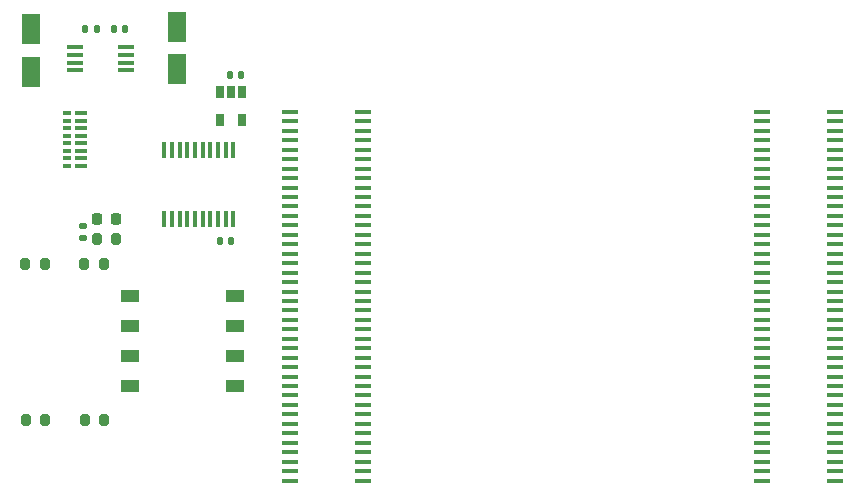
<source format=gbr>
%TF.GenerationSoftware,KiCad,Pcbnew,6.0.11-2627ca5db0~126~ubuntu22.04.1*%
%TF.CreationDate,2023-12-15T21:44:52-06:00*%
%TF.ProjectId,xem7310_carrier,78656d37-3331-4305-9f63-617272696572,rev?*%
%TF.SameCoordinates,Original*%
%TF.FileFunction,Paste,Top*%
%TF.FilePolarity,Positive*%
%FSLAX46Y46*%
G04 Gerber Fmt 4.6, Leading zero omitted, Abs format (unit mm)*
G04 Created by KiCad (PCBNEW 6.0.11-2627ca5db0~126~ubuntu22.04.1) date 2023-12-15 21:44:52*
%MOMM*%
%LPD*%
G01*
G04 APERTURE LIST*
G04 Aperture macros list*
%AMRoundRect*
0 Rectangle with rounded corners*
0 $1 Rounding radius*
0 $2 $3 $4 $5 $6 $7 $8 $9 X,Y pos of 4 corners*
0 Add a 4 corners polygon primitive as box body*
4,1,4,$2,$3,$4,$5,$6,$7,$8,$9,$2,$3,0*
0 Add four circle primitives for the rounded corners*
1,1,$1+$1,$2,$3*
1,1,$1+$1,$4,$5*
1,1,$1+$1,$6,$7*
1,1,$1+$1,$8,$9*
0 Add four rect primitives between the rounded corners*
20,1,$1+$1,$2,$3,$4,$5,0*
20,1,$1+$1,$4,$5,$6,$7,0*
20,1,$1+$1,$6,$7,$8,$9,0*
20,1,$1+$1,$8,$9,$2,$3,0*%
G04 Aperture macros list end*
%ADD10RoundRect,0.140000X0.140000X0.170000X-0.140000X0.170000X-0.140000X-0.170000X0.140000X-0.170000X0*%
%ADD11R,1.422400X0.431800*%
%ADD12R,0.650001X1.100000*%
%ADD13R,1.440000X0.457000*%
%ADD14RoundRect,0.218750X-0.218750X-0.256250X0.218750X-0.256250X0.218750X0.256250X-0.218750X0.256250X0*%
%ADD15RoundRect,0.140000X-0.140000X-0.170000X0.140000X-0.170000X0.140000X0.170000X-0.140000X0.170000X0*%
%ADD16R,1.500000X1.100000*%
%ADD17RoundRect,0.200000X-0.200000X-0.275000X0.200000X-0.275000X0.200000X0.275000X-0.200000X0.275000X0*%
%ADD18RoundRect,0.200000X0.200000X0.275000X-0.200000X0.275000X-0.200000X-0.275000X0.200000X-0.275000X0*%
%ADD19R,0.354800X1.461999*%
%ADD20R,0.762000X0.381000*%
%ADD21R,1.016000X0.381000*%
%ADD22RoundRect,0.140000X0.170000X-0.140000X0.170000X0.140000X-0.170000X0.140000X-0.170000X-0.140000X0*%
%ADD23RoundRect,0.250000X-0.550000X1.050000X-0.550000X-1.050000X0.550000X-1.050000X0.550000X1.050000X0*%
G04 APERTURE END LIST*
D10*
%TO.C,C5*%
X128110000Y-115110000D03*
X127150000Y-115110000D03*
%TD*%
D11*
%TO.C,U2*%
X114903299Y-98720002D03*
X114903299Y-99370000D03*
X114903299Y-100020002D03*
X114903299Y-100670000D03*
X119246699Y-100670000D03*
X119246699Y-100020002D03*
X119246699Y-99370000D03*
X119246699Y-98720002D03*
%TD*%
D12*
%TO.C,U1*%
X129070000Y-102470000D03*
X128119999Y-102470000D03*
X127170001Y-102470000D03*
X127170001Y-104870000D03*
X129070000Y-104870000D03*
%TD*%
D13*
%TO.C,MC2*%
X139284000Y-104201700D03*
X133112000Y-104201700D03*
X139284000Y-105001700D03*
X133112000Y-105001700D03*
X139284000Y-105801700D03*
X133112000Y-105801700D03*
X139284000Y-106601700D03*
X133112000Y-106601700D03*
X139284000Y-107401700D03*
X133112000Y-107401700D03*
X139284000Y-108201700D03*
X133112000Y-108201700D03*
X139284000Y-109001700D03*
X133112000Y-109001700D03*
X139284000Y-109801700D03*
X133112000Y-109801700D03*
X139284000Y-110601700D03*
X133112000Y-110601700D03*
X139284000Y-111401700D03*
X133112000Y-111401700D03*
X139284000Y-112201700D03*
X133112000Y-112201700D03*
X139284000Y-113001700D03*
X133112000Y-113001700D03*
X139284000Y-113801700D03*
X133112000Y-113801700D03*
X139284000Y-114601700D03*
X133112000Y-114601700D03*
X139284000Y-115401700D03*
X133112000Y-115401700D03*
X139284000Y-116201700D03*
X133112000Y-116201700D03*
X139284000Y-117001700D03*
X133112000Y-117001700D03*
X139284000Y-117801700D03*
X133112000Y-117801700D03*
X139284000Y-118601700D03*
X133112000Y-118601700D03*
X139284000Y-119401700D03*
X133112000Y-119401700D03*
X139284000Y-120201700D03*
X133112000Y-120201700D03*
X139284000Y-121001700D03*
X133112000Y-121001700D03*
X139284000Y-121801700D03*
X133112000Y-121801700D03*
X139284000Y-122601700D03*
X133112000Y-122601700D03*
X139284000Y-123401700D03*
X133112000Y-123401700D03*
X139284000Y-124201700D03*
X133112000Y-124201700D03*
X139284000Y-125001700D03*
X133112000Y-125001700D03*
X139284000Y-125801700D03*
X133112000Y-125801700D03*
X139284000Y-126601700D03*
X133112000Y-126601700D03*
X139284000Y-127401700D03*
X133112000Y-127401700D03*
X139284000Y-128201700D03*
X133112000Y-128201700D03*
X139284000Y-129001700D03*
X133112000Y-129001700D03*
X139284000Y-129801700D03*
X133112000Y-129801700D03*
X139284000Y-130601700D03*
X133112000Y-130601700D03*
X139284000Y-131401700D03*
X133112000Y-131401700D03*
X139284000Y-132201700D03*
X133112000Y-132201700D03*
X139284000Y-133001700D03*
X133112000Y-133001700D03*
X139284000Y-133801700D03*
X133112000Y-133801700D03*
X139284000Y-134601700D03*
X133112000Y-134601700D03*
X139284000Y-135401700D03*
X133112000Y-135401700D03*
%TD*%
%TO.C,MC1*%
X179284000Y-104201700D03*
X173112000Y-104201700D03*
X179284000Y-105001700D03*
X173112000Y-105001700D03*
X179284000Y-105801700D03*
X173112000Y-105801700D03*
X179284000Y-106601700D03*
X173112000Y-106601700D03*
X179284000Y-107401700D03*
X173112000Y-107401700D03*
X179284000Y-108201700D03*
X173112000Y-108201700D03*
X179284000Y-109001700D03*
X173112000Y-109001700D03*
X179284000Y-109801700D03*
X173112000Y-109801700D03*
X179284000Y-110601700D03*
X173112000Y-110601700D03*
X179284000Y-111401700D03*
X173112000Y-111401700D03*
X179284000Y-112201700D03*
X173112000Y-112201700D03*
X179284000Y-113001700D03*
X173112000Y-113001700D03*
X179284000Y-113801700D03*
X173112000Y-113801700D03*
X179284000Y-114601700D03*
X173112000Y-114601700D03*
X179284000Y-115401700D03*
X173112000Y-115401700D03*
X179284000Y-116201700D03*
X173112000Y-116201700D03*
X179284000Y-117001700D03*
X173112000Y-117001700D03*
X179284000Y-117801700D03*
X173112000Y-117801700D03*
X179284000Y-118601700D03*
X173112000Y-118601700D03*
X179284000Y-119401700D03*
X173112000Y-119401700D03*
X179284000Y-120201700D03*
X173112000Y-120201700D03*
X179284000Y-121001700D03*
X173112000Y-121001700D03*
X179284000Y-121801700D03*
X173112000Y-121801700D03*
X179284000Y-122601700D03*
X173112000Y-122601700D03*
X179284000Y-123401700D03*
X173112000Y-123401700D03*
X179284000Y-124201700D03*
X173112000Y-124201700D03*
X179284000Y-125001700D03*
X173112000Y-125001700D03*
X179284000Y-125801700D03*
X173112000Y-125801700D03*
X179284000Y-126601700D03*
X173112000Y-126601700D03*
X179284000Y-127401700D03*
X173112000Y-127401700D03*
X179284000Y-128201700D03*
X173112000Y-128201700D03*
X179284000Y-129001700D03*
X173112000Y-129001700D03*
X179284000Y-129801700D03*
X173112000Y-129801700D03*
X179284000Y-130601700D03*
X173112000Y-130601700D03*
X179284000Y-131401700D03*
X173112000Y-131401700D03*
X179284000Y-132201700D03*
X173112000Y-132201700D03*
X179284000Y-133001700D03*
X173112000Y-133001700D03*
X179284000Y-133801700D03*
X173112000Y-133801700D03*
X179284000Y-134601700D03*
X173112000Y-134601700D03*
X179284000Y-135401700D03*
X173112000Y-135401700D03*
%TD*%
D14*
%TO.C,D1*%
X116790000Y-113270000D03*
X118365000Y-113270000D03*
%TD*%
D15*
%TO.C,C7*%
X118174999Y-97195001D03*
X119134999Y-97195001D03*
%TD*%
D16*
%TO.C,S2*%
X128450000Y-127360000D03*
X119550000Y-127360000D03*
X128450000Y-124820000D03*
X119550000Y-124820000D03*
X128450000Y-122280000D03*
X119550000Y-122280000D03*
X128450000Y-119740000D03*
X119550000Y-119740000D03*
%TD*%
D17*
%TO.C,R2*%
X115700000Y-117100000D03*
X117350000Y-117100000D03*
%TD*%
D18*
%TO.C,R1*%
X118390000Y-114970000D03*
X116740000Y-114970000D03*
%TD*%
D10*
%TO.C,C4*%
X128999999Y-101070000D03*
X128039999Y-101070000D03*
%TD*%
D19*
%TO.C,U3*%
X122475000Y-113221000D03*
X123125001Y-113221000D03*
X123774999Y-113221000D03*
X124425001Y-113221000D03*
X125074999Y-113221000D03*
X125724998Y-113221000D03*
X126374999Y-113221000D03*
X127024998Y-113221000D03*
X127674999Y-113221000D03*
X128324998Y-113221000D03*
X128325000Y-107379000D03*
X127675002Y-107379000D03*
X127025001Y-107379000D03*
X126375002Y-107379000D03*
X125725001Y-107379000D03*
X125075002Y-107379000D03*
X124425001Y-107379000D03*
X123775002Y-107379000D03*
X123125001Y-107379000D03*
X122475002Y-107379000D03*
%TD*%
D17*
%TO.C,R5*%
X110750000Y-130250000D03*
X112400000Y-130250000D03*
%TD*%
D20*
%TO.C,S1*%
X114258150Y-104307500D03*
X114258150Y-104942500D03*
X114258150Y-105577500D03*
X114258150Y-106212500D03*
X114258150Y-106847500D03*
X114258150Y-107482500D03*
X114258150Y-108117500D03*
X114258150Y-108752500D03*
D21*
X115401150Y-104307500D03*
X115401150Y-104942500D03*
X115401150Y-105577500D03*
X115401150Y-106212500D03*
X115401150Y-106847500D03*
X115401150Y-107482500D03*
X115401150Y-108117500D03*
X115401150Y-108752500D03*
%TD*%
D10*
%TO.C,C6*%
X116734999Y-97195001D03*
X115774999Y-97195001D03*
%TD*%
D18*
%TO.C,R4*%
X117400000Y-130250000D03*
X115750000Y-130250000D03*
%TD*%
D22*
%TO.C,C2*%
X115565000Y-114850000D03*
X115565000Y-113890000D03*
%TD*%
D23*
%TO.C,C3*%
X111150000Y-97200000D03*
X111150000Y-100800000D03*
%TD*%
D17*
%TO.C,R3*%
X110700000Y-117100000D03*
X112350000Y-117100000D03*
%TD*%
D23*
%TO.C,C1*%
X123550000Y-97000000D03*
X123550000Y-100600000D03*
%TD*%
M02*

</source>
